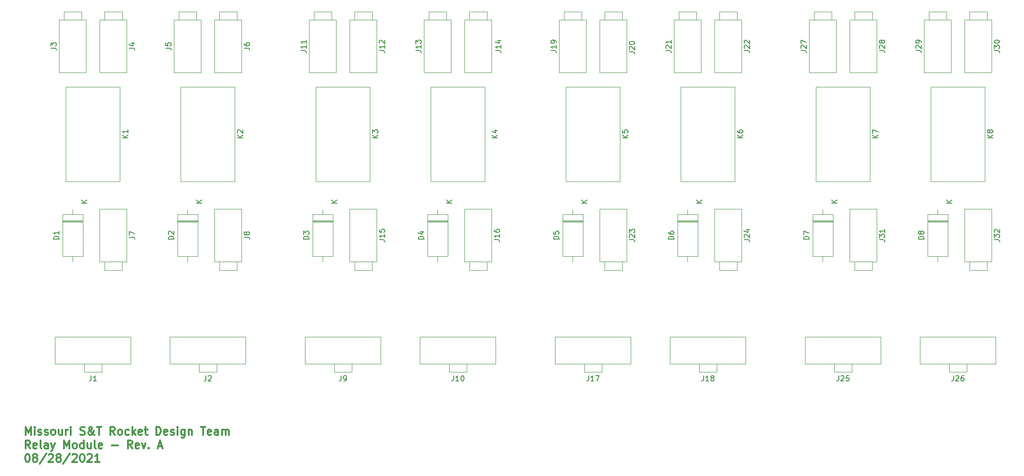
<source format=gbr>
%TF.GenerationSoftware,KiCad,Pcbnew,(5.1.10)-1*%
%TF.CreationDate,2021-08-28T09:33:30-05:00*%
%TF.ProjectId,Relay-Module,52656c61-792d-44d6-9f64-756c652e6b69,rev?*%
%TF.SameCoordinates,Original*%
%TF.FileFunction,Legend,Top*%
%TF.FilePolarity,Positive*%
%FSLAX46Y46*%
G04 Gerber Fmt 4.6, Leading zero omitted, Abs format (unit mm)*
G04 Created by KiCad (PCBNEW (5.1.10)-1) date 2021-08-28 09:33:30*
%MOMM*%
%LPD*%
G01*
G04 APERTURE LIST*
%ADD10C,0.300000*%
%ADD11C,0.120000*%
%ADD12C,0.150000*%
G04 APERTURE END LIST*
D10*
X48304142Y-128938571D02*
X48304142Y-127438571D01*
X48804142Y-128510000D01*
X49304142Y-127438571D01*
X49304142Y-128938571D01*
X50018428Y-128938571D02*
X50018428Y-127938571D01*
X50018428Y-127438571D02*
X49947000Y-127510000D01*
X50018428Y-127581428D01*
X50089857Y-127510000D01*
X50018428Y-127438571D01*
X50018428Y-127581428D01*
X50661285Y-128867142D02*
X50804142Y-128938571D01*
X51089857Y-128938571D01*
X51232714Y-128867142D01*
X51304142Y-128724285D01*
X51304142Y-128652857D01*
X51232714Y-128510000D01*
X51089857Y-128438571D01*
X50875571Y-128438571D01*
X50732714Y-128367142D01*
X50661285Y-128224285D01*
X50661285Y-128152857D01*
X50732714Y-128010000D01*
X50875571Y-127938571D01*
X51089857Y-127938571D01*
X51232714Y-128010000D01*
X51875571Y-128867142D02*
X52018428Y-128938571D01*
X52304142Y-128938571D01*
X52447000Y-128867142D01*
X52518428Y-128724285D01*
X52518428Y-128652857D01*
X52447000Y-128510000D01*
X52304142Y-128438571D01*
X52089857Y-128438571D01*
X51947000Y-128367142D01*
X51875571Y-128224285D01*
X51875571Y-128152857D01*
X51947000Y-128010000D01*
X52089857Y-127938571D01*
X52304142Y-127938571D01*
X52447000Y-128010000D01*
X53375571Y-128938571D02*
X53232714Y-128867142D01*
X53161285Y-128795714D01*
X53089857Y-128652857D01*
X53089857Y-128224285D01*
X53161285Y-128081428D01*
X53232714Y-128010000D01*
X53375571Y-127938571D01*
X53589857Y-127938571D01*
X53732714Y-128010000D01*
X53804142Y-128081428D01*
X53875571Y-128224285D01*
X53875571Y-128652857D01*
X53804142Y-128795714D01*
X53732714Y-128867142D01*
X53589857Y-128938571D01*
X53375571Y-128938571D01*
X55161285Y-127938571D02*
X55161285Y-128938571D01*
X54518428Y-127938571D02*
X54518428Y-128724285D01*
X54589857Y-128867142D01*
X54732714Y-128938571D01*
X54947000Y-128938571D01*
X55089857Y-128867142D01*
X55161285Y-128795714D01*
X55875571Y-128938571D02*
X55875571Y-127938571D01*
X55875571Y-128224285D02*
X55947000Y-128081428D01*
X56018428Y-128010000D01*
X56161285Y-127938571D01*
X56304142Y-127938571D01*
X56804142Y-128938571D02*
X56804142Y-127938571D01*
X56804142Y-127438571D02*
X56732714Y-127510000D01*
X56804142Y-127581428D01*
X56875571Y-127510000D01*
X56804142Y-127438571D01*
X56804142Y-127581428D01*
X58589857Y-128867142D02*
X58804142Y-128938571D01*
X59161285Y-128938571D01*
X59304142Y-128867142D01*
X59375571Y-128795714D01*
X59447000Y-128652857D01*
X59447000Y-128510000D01*
X59375571Y-128367142D01*
X59304142Y-128295714D01*
X59161285Y-128224285D01*
X58875571Y-128152857D01*
X58732714Y-128081428D01*
X58661285Y-128010000D01*
X58589857Y-127867142D01*
X58589857Y-127724285D01*
X58661285Y-127581428D01*
X58732714Y-127510000D01*
X58875571Y-127438571D01*
X59232714Y-127438571D01*
X59447000Y-127510000D01*
X61304142Y-128938571D02*
X61232714Y-128938571D01*
X61089857Y-128867142D01*
X60875571Y-128652857D01*
X60518428Y-128224285D01*
X60375571Y-128010000D01*
X60304142Y-127795714D01*
X60304142Y-127652857D01*
X60375571Y-127510000D01*
X60518428Y-127438571D01*
X60589857Y-127438571D01*
X60732714Y-127510000D01*
X60804142Y-127652857D01*
X60804142Y-127724285D01*
X60732714Y-127867142D01*
X60661285Y-127938571D01*
X60232714Y-128224285D01*
X60161285Y-128295714D01*
X60089857Y-128438571D01*
X60089857Y-128652857D01*
X60161285Y-128795714D01*
X60232714Y-128867142D01*
X60375571Y-128938571D01*
X60589857Y-128938571D01*
X60732714Y-128867142D01*
X60804142Y-128795714D01*
X61018428Y-128510000D01*
X61089857Y-128295714D01*
X61089857Y-128152857D01*
X61732714Y-127438571D02*
X62589857Y-127438571D01*
X62161285Y-128938571D02*
X62161285Y-127438571D01*
X65089857Y-128938571D02*
X64589857Y-128224285D01*
X64232714Y-128938571D02*
X64232714Y-127438571D01*
X64804142Y-127438571D01*
X64947000Y-127510000D01*
X65018428Y-127581428D01*
X65089857Y-127724285D01*
X65089857Y-127938571D01*
X65018428Y-128081428D01*
X64947000Y-128152857D01*
X64804142Y-128224285D01*
X64232714Y-128224285D01*
X65947000Y-128938571D02*
X65804142Y-128867142D01*
X65732714Y-128795714D01*
X65661285Y-128652857D01*
X65661285Y-128224285D01*
X65732714Y-128081428D01*
X65804142Y-128010000D01*
X65947000Y-127938571D01*
X66161285Y-127938571D01*
X66304142Y-128010000D01*
X66375571Y-128081428D01*
X66447000Y-128224285D01*
X66447000Y-128652857D01*
X66375571Y-128795714D01*
X66304142Y-128867142D01*
X66161285Y-128938571D01*
X65947000Y-128938571D01*
X67732714Y-128867142D02*
X67589857Y-128938571D01*
X67304142Y-128938571D01*
X67161285Y-128867142D01*
X67089857Y-128795714D01*
X67018428Y-128652857D01*
X67018428Y-128224285D01*
X67089857Y-128081428D01*
X67161285Y-128010000D01*
X67304142Y-127938571D01*
X67589857Y-127938571D01*
X67732714Y-128010000D01*
X68375571Y-128938571D02*
X68375571Y-127438571D01*
X68518428Y-128367142D02*
X68947000Y-128938571D01*
X68947000Y-127938571D02*
X68375571Y-128510000D01*
X70161285Y-128867142D02*
X70018428Y-128938571D01*
X69732714Y-128938571D01*
X69589857Y-128867142D01*
X69518428Y-128724285D01*
X69518428Y-128152857D01*
X69589857Y-128010000D01*
X69732714Y-127938571D01*
X70018428Y-127938571D01*
X70161285Y-128010000D01*
X70232714Y-128152857D01*
X70232714Y-128295714D01*
X69518428Y-128438571D01*
X70661285Y-127938571D02*
X71232714Y-127938571D01*
X70875571Y-127438571D02*
X70875571Y-128724285D01*
X70947000Y-128867142D01*
X71089857Y-128938571D01*
X71232714Y-128938571D01*
X72875571Y-128938571D02*
X72875571Y-127438571D01*
X73232714Y-127438571D01*
X73447000Y-127510000D01*
X73589857Y-127652857D01*
X73661285Y-127795714D01*
X73732714Y-128081428D01*
X73732714Y-128295714D01*
X73661285Y-128581428D01*
X73589857Y-128724285D01*
X73447000Y-128867142D01*
X73232714Y-128938571D01*
X72875571Y-128938571D01*
X74947000Y-128867142D02*
X74804142Y-128938571D01*
X74518428Y-128938571D01*
X74375571Y-128867142D01*
X74304142Y-128724285D01*
X74304142Y-128152857D01*
X74375571Y-128010000D01*
X74518428Y-127938571D01*
X74804142Y-127938571D01*
X74947000Y-128010000D01*
X75018428Y-128152857D01*
X75018428Y-128295714D01*
X74304142Y-128438571D01*
X75589857Y-128867142D02*
X75732714Y-128938571D01*
X76018428Y-128938571D01*
X76161285Y-128867142D01*
X76232714Y-128724285D01*
X76232714Y-128652857D01*
X76161285Y-128510000D01*
X76018428Y-128438571D01*
X75804142Y-128438571D01*
X75661285Y-128367142D01*
X75589857Y-128224285D01*
X75589857Y-128152857D01*
X75661285Y-128010000D01*
X75804142Y-127938571D01*
X76018428Y-127938571D01*
X76161285Y-128010000D01*
X76875571Y-128938571D02*
X76875571Y-127938571D01*
X76875571Y-127438571D02*
X76804142Y-127510000D01*
X76875571Y-127581428D01*
X76947000Y-127510000D01*
X76875571Y-127438571D01*
X76875571Y-127581428D01*
X78232714Y-127938571D02*
X78232714Y-129152857D01*
X78161285Y-129295714D01*
X78089857Y-129367142D01*
X77947000Y-129438571D01*
X77732714Y-129438571D01*
X77589857Y-129367142D01*
X78232714Y-128867142D02*
X78089857Y-128938571D01*
X77804142Y-128938571D01*
X77661285Y-128867142D01*
X77589857Y-128795714D01*
X77518428Y-128652857D01*
X77518428Y-128224285D01*
X77589857Y-128081428D01*
X77661285Y-128010000D01*
X77804142Y-127938571D01*
X78089857Y-127938571D01*
X78232714Y-128010000D01*
X78947000Y-127938571D02*
X78947000Y-128938571D01*
X78947000Y-128081428D02*
X79018428Y-128010000D01*
X79161285Y-127938571D01*
X79375571Y-127938571D01*
X79518428Y-128010000D01*
X79589857Y-128152857D01*
X79589857Y-128938571D01*
X81232714Y-127438571D02*
X82089857Y-127438571D01*
X81661285Y-128938571D02*
X81661285Y-127438571D01*
X83161285Y-128867142D02*
X83018428Y-128938571D01*
X82732714Y-128938571D01*
X82589857Y-128867142D01*
X82518428Y-128724285D01*
X82518428Y-128152857D01*
X82589857Y-128010000D01*
X82732714Y-127938571D01*
X83018428Y-127938571D01*
X83161285Y-128010000D01*
X83232714Y-128152857D01*
X83232714Y-128295714D01*
X82518428Y-128438571D01*
X84518428Y-128938571D02*
X84518428Y-128152857D01*
X84447000Y-128010000D01*
X84304142Y-127938571D01*
X84018428Y-127938571D01*
X83875571Y-128010000D01*
X84518428Y-128867142D02*
X84375571Y-128938571D01*
X84018428Y-128938571D01*
X83875571Y-128867142D01*
X83804142Y-128724285D01*
X83804142Y-128581428D01*
X83875571Y-128438571D01*
X84018428Y-128367142D01*
X84375571Y-128367142D01*
X84518428Y-128295714D01*
X85232714Y-128938571D02*
X85232714Y-127938571D01*
X85232714Y-128081428D02*
X85304142Y-128010000D01*
X85447000Y-127938571D01*
X85661285Y-127938571D01*
X85804142Y-128010000D01*
X85875571Y-128152857D01*
X85875571Y-128938571D01*
X85875571Y-128152857D02*
X85947000Y-128010000D01*
X86089857Y-127938571D01*
X86304142Y-127938571D01*
X86447000Y-128010000D01*
X86518428Y-128152857D01*
X86518428Y-128938571D01*
X49161285Y-131488571D02*
X48661285Y-130774285D01*
X48304142Y-131488571D02*
X48304142Y-129988571D01*
X48875571Y-129988571D01*
X49018428Y-130060000D01*
X49089857Y-130131428D01*
X49161285Y-130274285D01*
X49161285Y-130488571D01*
X49089857Y-130631428D01*
X49018428Y-130702857D01*
X48875571Y-130774285D01*
X48304142Y-130774285D01*
X50375571Y-131417142D02*
X50232714Y-131488571D01*
X49947000Y-131488571D01*
X49804142Y-131417142D01*
X49732714Y-131274285D01*
X49732714Y-130702857D01*
X49804142Y-130560000D01*
X49947000Y-130488571D01*
X50232714Y-130488571D01*
X50375571Y-130560000D01*
X50447000Y-130702857D01*
X50447000Y-130845714D01*
X49732714Y-130988571D01*
X51304142Y-131488571D02*
X51161285Y-131417142D01*
X51089857Y-131274285D01*
X51089857Y-129988571D01*
X52518428Y-131488571D02*
X52518428Y-130702857D01*
X52447000Y-130560000D01*
X52304142Y-130488571D01*
X52018428Y-130488571D01*
X51875571Y-130560000D01*
X52518428Y-131417142D02*
X52375571Y-131488571D01*
X52018428Y-131488571D01*
X51875571Y-131417142D01*
X51804142Y-131274285D01*
X51804142Y-131131428D01*
X51875571Y-130988571D01*
X52018428Y-130917142D01*
X52375571Y-130917142D01*
X52518428Y-130845714D01*
X53089857Y-130488571D02*
X53447000Y-131488571D01*
X53804142Y-130488571D02*
X53447000Y-131488571D01*
X53304142Y-131845714D01*
X53232714Y-131917142D01*
X53089857Y-131988571D01*
X55518428Y-131488571D02*
X55518428Y-129988571D01*
X56018428Y-131060000D01*
X56518428Y-129988571D01*
X56518428Y-131488571D01*
X57447000Y-131488571D02*
X57304142Y-131417142D01*
X57232714Y-131345714D01*
X57161285Y-131202857D01*
X57161285Y-130774285D01*
X57232714Y-130631428D01*
X57304142Y-130560000D01*
X57447000Y-130488571D01*
X57661285Y-130488571D01*
X57804142Y-130560000D01*
X57875571Y-130631428D01*
X57947000Y-130774285D01*
X57947000Y-131202857D01*
X57875571Y-131345714D01*
X57804142Y-131417142D01*
X57661285Y-131488571D01*
X57447000Y-131488571D01*
X59232714Y-131488571D02*
X59232714Y-129988571D01*
X59232714Y-131417142D02*
X59089857Y-131488571D01*
X58804142Y-131488571D01*
X58661285Y-131417142D01*
X58589857Y-131345714D01*
X58518428Y-131202857D01*
X58518428Y-130774285D01*
X58589857Y-130631428D01*
X58661285Y-130560000D01*
X58804142Y-130488571D01*
X59089857Y-130488571D01*
X59232714Y-130560000D01*
X60589857Y-130488571D02*
X60589857Y-131488571D01*
X59947000Y-130488571D02*
X59947000Y-131274285D01*
X60018428Y-131417142D01*
X60161285Y-131488571D01*
X60375571Y-131488571D01*
X60518428Y-131417142D01*
X60589857Y-131345714D01*
X61518428Y-131488571D02*
X61375571Y-131417142D01*
X61304142Y-131274285D01*
X61304142Y-129988571D01*
X62661285Y-131417142D02*
X62518428Y-131488571D01*
X62232714Y-131488571D01*
X62089857Y-131417142D01*
X62018428Y-131274285D01*
X62018428Y-130702857D01*
X62089857Y-130560000D01*
X62232714Y-130488571D01*
X62518428Y-130488571D01*
X62661285Y-130560000D01*
X62732714Y-130702857D01*
X62732714Y-130845714D01*
X62018428Y-130988571D01*
X64518428Y-130917142D02*
X65661285Y-130917142D01*
X68375571Y-131488571D02*
X67875571Y-130774285D01*
X67518428Y-131488571D02*
X67518428Y-129988571D01*
X68089857Y-129988571D01*
X68232714Y-130060000D01*
X68304142Y-130131428D01*
X68375571Y-130274285D01*
X68375571Y-130488571D01*
X68304142Y-130631428D01*
X68232714Y-130702857D01*
X68089857Y-130774285D01*
X67518428Y-130774285D01*
X69589857Y-131417142D02*
X69447000Y-131488571D01*
X69161285Y-131488571D01*
X69018428Y-131417142D01*
X68947000Y-131274285D01*
X68947000Y-130702857D01*
X69018428Y-130560000D01*
X69161285Y-130488571D01*
X69447000Y-130488571D01*
X69589857Y-130560000D01*
X69661285Y-130702857D01*
X69661285Y-130845714D01*
X68947000Y-130988571D01*
X70161285Y-130488571D02*
X70518428Y-131488571D01*
X70875571Y-130488571D01*
X71447000Y-131345714D02*
X71518428Y-131417142D01*
X71447000Y-131488571D01*
X71375571Y-131417142D01*
X71447000Y-131345714D01*
X71447000Y-131488571D01*
X73232714Y-131060000D02*
X73947000Y-131060000D01*
X73089857Y-131488571D02*
X73589857Y-129988571D01*
X74089857Y-131488571D01*
X48589857Y-132538571D02*
X48732714Y-132538571D01*
X48875571Y-132610000D01*
X48947000Y-132681428D01*
X49018428Y-132824285D01*
X49089857Y-133110000D01*
X49089857Y-133467142D01*
X49018428Y-133752857D01*
X48947000Y-133895714D01*
X48875571Y-133967142D01*
X48732714Y-134038571D01*
X48589857Y-134038571D01*
X48447000Y-133967142D01*
X48375571Y-133895714D01*
X48304142Y-133752857D01*
X48232714Y-133467142D01*
X48232714Y-133110000D01*
X48304142Y-132824285D01*
X48375571Y-132681428D01*
X48447000Y-132610000D01*
X48589857Y-132538571D01*
X49947000Y-133181428D02*
X49804142Y-133110000D01*
X49732714Y-133038571D01*
X49661285Y-132895714D01*
X49661285Y-132824285D01*
X49732714Y-132681428D01*
X49804142Y-132610000D01*
X49947000Y-132538571D01*
X50232714Y-132538571D01*
X50375571Y-132610000D01*
X50447000Y-132681428D01*
X50518428Y-132824285D01*
X50518428Y-132895714D01*
X50447000Y-133038571D01*
X50375571Y-133110000D01*
X50232714Y-133181428D01*
X49947000Y-133181428D01*
X49804142Y-133252857D01*
X49732714Y-133324285D01*
X49661285Y-133467142D01*
X49661285Y-133752857D01*
X49732714Y-133895714D01*
X49804142Y-133967142D01*
X49947000Y-134038571D01*
X50232714Y-134038571D01*
X50375571Y-133967142D01*
X50447000Y-133895714D01*
X50518428Y-133752857D01*
X50518428Y-133467142D01*
X50447000Y-133324285D01*
X50375571Y-133252857D01*
X50232714Y-133181428D01*
X52232714Y-132467142D02*
X50947000Y-134395714D01*
X52661285Y-132681428D02*
X52732714Y-132610000D01*
X52875571Y-132538571D01*
X53232714Y-132538571D01*
X53375571Y-132610000D01*
X53447000Y-132681428D01*
X53518428Y-132824285D01*
X53518428Y-132967142D01*
X53447000Y-133181428D01*
X52589857Y-134038571D01*
X53518428Y-134038571D01*
X54375571Y-133181428D02*
X54232714Y-133110000D01*
X54161285Y-133038571D01*
X54089857Y-132895714D01*
X54089857Y-132824285D01*
X54161285Y-132681428D01*
X54232714Y-132610000D01*
X54375571Y-132538571D01*
X54661285Y-132538571D01*
X54804142Y-132610000D01*
X54875571Y-132681428D01*
X54947000Y-132824285D01*
X54947000Y-132895714D01*
X54875571Y-133038571D01*
X54804142Y-133110000D01*
X54661285Y-133181428D01*
X54375571Y-133181428D01*
X54232714Y-133252857D01*
X54161285Y-133324285D01*
X54089857Y-133467142D01*
X54089857Y-133752857D01*
X54161285Y-133895714D01*
X54232714Y-133967142D01*
X54375571Y-134038571D01*
X54661285Y-134038571D01*
X54804142Y-133967142D01*
X54875571Y-133895714D01*
X54947000Y-133752857D01*
X54947000Y-133467142D01*
X54875571Y-133324285D01*
X54804142Y-133252857D01*
X54661285Y-133181428D01*
X56661285Y-132467142D02*
X55375571Y-134395714D01*
X57089857Y-132681428D02*
X57161285Y-132610000D01*
X57304142Y-132538571D01*
X57661285Y-132538571D01*
X57804142Y-132610000D01*
X57875571Y-132681428D01*
X57947000Y-132824285D01*
X57947000Y-132967142D01*
X57875571Y-133181428D01*
X57018428Y-134038571D01*
X57947000Y-134038571D01*
X58875571Y-132538571D02*
X59018428Y-132538571D01*
X59161285Y-132610000D01*
X59232714Y-132681428D01*
X59304142Y-132824285D01*
X59375571Y-133110000D01*
X59375571Y-133467142D01*
X59304142Y-133752857D01*
X59232714Y-133895714D01*
X59161285Y-133967142D01*
X59018428Y-134038571D01*
X58875571Y-134038571D01*
X58732714Y-133967142D01*
X58661285Y-133895714D01*
X58589857Y-133752857D01*
X58518428Y-133467142D01*
X58518428Y-133110000D01*
X58589857Y-132824285D01*
X58661285Y-132681428D01*
X58732714Y-132610000D01*
X58875571Y-132538571D01*
X59947000Y-132681428D02*
X60018428Y-132610000D01*
X60161285Y-132538571D01*
X60518428Y-132538571D01*
X60661285Y-132610000D01*
X60732714Y-132681428D01*
X60804142Y-132824285D01*
X60804142Y-132967142D01*
X60732714Y-133181428D01*
X59875571Y-134038571D01*
X60804142Y-134038571D01*
X62232714Y-134038571D02*
X61375571Y-134038571D01*
X61804142Y-134038571D02*
X61804142Y-132538571D01*
X61661285Y-132752857D01*
X61518428Y-132895714D01*
X61375571Y-132967142D01*
D11*
%TO.C,K1*%
X66040000Y-81280000D02*
X55880000Y-81280000D01*
X66040000Y-63500000D02*
X55880000Y-63500000D01*
X55880000Y-63500000D02*
X55880000Y-81280000D01*
X66040000Y-63500000D02*
X66040000Y-81280000D01*
%TO.C,K2*%
X87630000Y-81280000D02*
X77470000Y-81280000D01*
X87630000Y-63500000D02*
X77470000Y-63500000D01*
X77470000Y-63500000D02*
X77470000Y-81280000D01*
X87630000Y-63500000D02*
X87630000Y-81280000D01*
%TO.C,K3*%
X113030000Y-81280000D02*
X102870000Y-81280000D01*
X113030000Y-63500000D02*
X102870000Y-63500000D01*
X102870000Y-63500000D02*
X102870000Y-81280000D01*
X113030000Y-63500000D02*
X113030000Y-81280000D01*
%TO.C,K4*%
X134620000Y-81280000D02*
X124460000Y-81280000D01*
X134620000Y-63500000D02*
X124460000Y-63500000D01*
X124460000Y-63500000D02*
X124460000Y-81280000D01*
X134620000Y-63500000D02*
X134620000Y-81280000D01*
%TO.C,K5*%
X160020000Y-81280000D02*
X149860000Y-81280000D01*
X160020000Y-63500000D02*
X149860000Y-63500000D01*
X149860000Y-63500000D02*
X149860000Y-81280000D01*
X160020000Y-63500000D02*
X160020000Y-81280000D01*
%TO.C,K6*%
X181610000Y-81280000D02*
X171450000Y-81280000D01*
X181610000Y-63500000D02*
X171450000Y-63500000D01*
X171450000Y-63500000D02*
X171450000Y-81280000D01*
X181610000Y-63500000D02*
X181610000Y-81280000D01*
%TO.C,K7*%
X207010000Y-81280000D02*
X196850000Y-81280000D01*
X207010000Y-63500000D02*
X196850000Y-63500000D01*
X196850000Y-63500000D02*
X196850000Y-81280000D01*
X207010000Y-63500000D02*
X207010000Y-81280000D01*
%TO.C,K8*%
X228600000Y-81280000D02*
X218440000Y-81280000D01*
X228600000Y-63500000D02*
X218440000Y-63500000D01*
X218440000Y-63500000D02*
X218440000Y-81280000D01*
X228600000Y-63500000D02*
X228600000Y-81280000D01*
%TO.C,J1*%
X62611000Y-117094000D02*
X62611000Y-115570000D01*
X59309000Y-117094000D02*
X59309000Y-115570000D01*
X62611000Y-117094000D02*
X59309000Y-117094000D01*
X53848000Y-115570000D02*
X68072000Y-115570000D01*
X53848000Y-110490000D02*
X68072000Y-110490000D01*
X53848000Y-115570000D02*
X53848000Y-110490000D01*
X68072000Y-115570000D02*
X68072000Y-110490000D01*
%TO.C,J7*%
X66421000Y-97945200D02*
X66421000Y-96421200D01*
X63119000Y-97945200D02*
X63119000Y-96421200D01*
X66421000Y-97945200D02*
X63119000Y-97945200D01*
X67310000Y-86487000D02*
X62230000Y-86487000D01*
X67310000Y-96393000D02*
X62230000Y-96393000D01*
X62230000Y-96393000D02*
X62230000Y-86487000D01*
X67310000Y-96393000D02*
X67310000Y-86487000D01*
%TO.C,J3*%
X55499000Y-49374800D02*
X55499000Y-50898800D01*
X58801000Y-49374800D02*
X58801000Y-50898800D01*
X55499000Y-49374800D02*
X58801000Y-49374800D01*
X54610000Y-60833000D02*
X59690000Y-60833000D01*
X54610000Y-50927000D02*
X59690000Y-50927000D01*
X59690000Y-50927000D02*
X59690000Y-60833000D01*
X54610000Y-50927000D02*
X54610000Y-60833000D01*
%TO.C,J4*%
X63119000Y-49374800D02*
X63119000Y-50898800D01*
X66421000Y-49374800D02*
X66421000Y-50898800D01*
X63119000Y-49374800D02*
X66421000Y-49374800D01*
X62230000Y-60833000D02*
X67310000Y-60833000D01*
X62230000Y-50927000D02*
X67310000Y-50927000D01*
X67310000Y-50927000D02*
X67310000Y-60833000D01*
X62230000Y-50927000D02*
X62230000Y-60833000D01*
%TO.C,J2*%
X84201000Y-117094000D02*
X84201000Y-115570000D01*
X80899000Y-117094000D02*
X80899000Y-115570000D01*
X84201000Y-117094000D02*
X80899000Y-117094000D01*
X75438000Y-115570000D02*
X89662000Y-115570000D01*
X75438000Y-110490000D02*
X89662000Y-110490000D01*
X75438000Y-115570000D02*
X75438000Y-110490000D01*
X89662000Y-115570000D02*
X89662000Y-110490000D01*
%TO.C,J8*%
X88011000Y-97945200D02*
X88011000Y-96421200D01*
X84709000Y-97945200D02*
X84709000Y-96421200D01*
X88011000Y-97945200D02*
X84709000Y-97945200D01*
X88900000Y-86487000D02*
X83820000Y-86487000D01*
X88900000Y-96393000D02*
X83820000Y-96393000D01*
X83820000Y-96393000D02*
X83820000Y-86487000D01*
X88900000Y-96393000D02*
X88900000Y-86487000D01*
%TO.C,J5*%
X77089000Y-49374800D02*
X77089000Y-50898800D01*
X80391000Y-49374800D02*
X80391000Y-50898800D01*
X77089000Y-49374800D02*
X80391000Y-49374800D01*
X76200000Y-60833000D02*
X81280000Y-60833000D01*
X76200000Y-50927000D02*
X81280000Y-50927000D01*
X81280000Y-50927000D02*
X81280000Y-60833000D01*
X76200000Y-50927000D02*
X76200000Y-60833000D01*
%TO.C,J6*%
X84709000Y-49374800D02*
X84709000Y-50898800D01*
X88011000Y-49374800D02*
X88011000Y-50898800D01*
X84709000Y-49374800D02*
X88011000Y-49374800D01*
X83820000Y-60833000D02*
X88900000Y-60833000D01*
X83820000Y-50927000D02*
X88900000Y-50927000D01*
X88900000Y-50927000D02*
X88900000Y-60833000D01*
X83820000Y-50927000D02*
X83820000Y-60833000D01*
%TO.C,J9*%
X109601000Y-117094000D02*
X109601000Y-115570000D01*
X106299000Y-117094000D02*
X106299000Y-115570000D01*
X109601000Y-117094000D02*
X106299000Y-117094000D01*
X100838000Y-115570000D02*
X115062000Y-115570000D01*
X100838000Y-110490000D02*
X115062000Y-110490000D01*
X100838000Y-115570000D02*
X100838000Y-110490000D01*
X115062000Y-115570000D02*
X115062000Y-110490000D01*
%TO.C,J15*%
X113411000Y-97945200D02*
X113411000Y-96421200D01*
X110109000Y-97945200D02*
X110109000Y-96421200D01*
X113411000Y-97945200D02*
X110109000Y-97945200D01*
X114300000Y-86487000D02*
X109220000Y-86487000D01*
X114300000Y-96393000D02*
X109220000Y-96393000D01*
X109220000Y-96393000D02*
X109220000Y-86487000D01*
X114300000Y-96393000D02*
X114300000Y-86487000D01*
%TO.C,J11*%
X102489000Y-49374800D02*
X102489000Y-50898800D01*
X105791000Y-49374800D02*
X105791000Y-50898800D01*
X102489000Y-49374800D02*
X105791000Y-49374800D01*
X101600000Y-60833000D02*
X106680000Y-60833000D01*
X101600000Y-50927000D02*
X106680000Y-50927000D01*
X106680000Y-50927000D02*
X106680000Y-60833000D01*
X101600000Y-50927000D02*
X101600000Y-60833000D01*
%TO.C,J12*%
X110109000Y-49374800D02*
X110109000Y-50898800D01*
X113411000Y-49374800D02*
X113411000Y-50898800D01*
X110109000Y-49374800D02*
X113411000Y-49374800D01*
X109220000Y-60833000D02*
X114300000Y-60833000D01*
X109220000Y-50927000D02*
X114300000Y-50927000D01*
X114300000Y-50927000D02*
X114300000Y-60833000D01*
X109220000Y-50927000D02*
X109220000Y-60833000D01*
%TO.C,J10*%
X131191000Y-117094000D02*
X131191000Y-115570000D01*
X127889000Y-117094000D02*
X127889000Y-115570000D01*
X131191000Y-117094000D02*
X127889000Y-117094000D01*
X122428000Y-115570000D02*
X136652000Y-115570000D01*
X122428000Y-110490000D02*
X136652000Y-110490000D01*
X122428000Y-115570000D02*
X122428000Y-110490000D01*
X136652000Y-115570000D02*
X136652000Y-110490000D01*
%TO.C,J16*%
X135001000Y-97945200D02*
X135001000Y-96421200D01*
X131699000Y-97945200D02*
X131699000Y-96421200D01*
X135001000Y-97945200D02*
X131699000Y-97945200D01*
X135890000Y-86487000D02*
X130810000Y-86487000D01*
X135890000Y-96393000D02*
X130810000Y-96393000D01*
X130810000Y-96393000D02*
X130810000Y-86487000D01*
X135890000Y-96393000D02*
X135890000Y-86487000D01*
%TO.C,J13*%
X124079000Y-49374800D02*
X124079000Y-50898800D01*
X127381000Y-49374800D02*
X127381000Y-50898800D01*
X124079000Y-49374800D02*
X127381000Y-49374800D01*
X123190000Y-60833000D02*
X128270000Y-60833000D01*
X123190000Y-50927000D02*
X128270000Y-50927000D01*
X128270000Y-50927000D02*
X128270000Y-60833000D01*
X123190000Y-50927000D02*
X123190000Y-60833000D01*
%TO.C,J14*%
X131699000Y-49374800D02*
X131699000Y-50898800D01*
X135001000Y-49374800D02*
X135001000Y-50898800D01*
X131699000Y-49374800D02*
X135001000Y-49374800D01*
X130810000Y-60833000D02*
X135890000Y-60833000D01*
X130810000Y-50927000D02*
X135890000Y-50927000D01*
X135890000Y-50927000D02*
X135890000Y-60833000D01*
X130810000Y-50927000D02*
X130810000Y-60833000D01*
%TO.C,J17*%
X156591000Y-117094000D02*
X156591000Y-115570000D01*
X153289000Y-117094000D02*
X153289000Y-115570000D01*
X156591000Y-117094000D02*
X153289000Y-117094000D01*
X147828000Y-115570000D02*
X162052000Y-115570000D01*
X147828000Y-110490000D02*
X162052000Y-110490000D01*
X147828000Y-115570000D02*
X147828000Y-110490000D01*
X162052000Y-115570000D02*
X162052000Y-110490000D01*
%TO.C,J23*%
X160401000Y-97945200D02*
X160401000Y-96421200D01*
X157099000Y-97945200D02*
X157099000Y-96421200D01*
X160401000Y-97945200D02*
X157099000Y-97945200D01*
X161290000Y-86487000D02*
X156210000Y-86487000D01*
X161290000Y-96393000D02*
X156210000Y-96393000D01*
X156210000Y-96393000D02*
X156210000Y-86487000D01*
X161290000Y-96393000D02*
X161290000Y-86487000D01*
%TO.C,J19*%
X149479000Y-49374800D02*
X149479000Y-50898800D01*
X152781000Y-49374800D02*
X152781000Y-50898800D01*
X149479000Y-49374800D02*
X152781000Y-49374800D01*
X148590000Y-60833000D02*
X153670000Y-60833000D01*
X148590000Y-50927000D02*
X153670000Y-50927000D01*
X153670000Y-50927000D02*
X153670000Y-60833000D01*
X148590000Y-50927000D02*
X148590000Y-60833000D01*
%TO.C,J20*%
X157099000Y-49374800D02*
X157099000Y-50898800D01*
X160401000Y-49374800D02*
X160401000Y-50898800D01*
X157099000Y-49374800D02*
X160401000Y-49374800D01*
X156210000Y-60833000D02*
X161290000Y-60833000D01*
X156210000Y-50927000D02*
X161290000Y-50927000D01*
X161290000Y-50927000D02*
X161290000Y-60833000D01*
X156210000Y-50927000D02*
X156210000Y-60833000D01*
%TO.C,J18*%
X178181000Y-117094000D02*
X178181000Y-115570000D01*
X174879000Y-117094000D02*
X174879000Y-115570000D01*
X178181000Y-117094000D02*
X174879000Y-117094000D01*
X169418000Y-115570000D02*
X183642000Y-115570000D01*
X169418000Y-110490000D02*
X183642000Y-110490000D01*
X169418000Y-115570000D02*
X169418000Y-110490000D01*
X183642000Y-115570000D02*
X183642000Y-110490000D01*
%TO.C,J24*%
X181991000Y-97945200D02*
X181991000Y-96421200D01*
X178689000Y-97945200D02*
X178689000Y-96421200D01*
X181991000Y-97945200D02*
X178689000Y-97945200D01*
X182880000Y-86487000D02*
X177800000Y-86487000D01*
X182880000Y-96393000D02*
X177800000Y-96393000D01*
X177800000Y-96393000D02*
X177800000Y-86487000D01*
X182880000Y-96393000D02*
X182880000Y-86487000D01*
%TO.C,J21*%
X171069000Y-49374800D02*
X171069000Y-50898800D01*
X174371000Y-49374800D02*
X174371000Y-50898800D01*
X171069000Y-49374800D02*
X174371000Y-49374800D01*
X170180000Y-60833000D02*
X175260000Y-60833000D01*
X170180000Y-50927000D02*
X175260000Y-50927000D01*
X175260000Y-50927000D02*
X175260000Y-60833000D01*
X170180000Y-50927000D02*
X170180000Y-60833000D01*
%TO.C,J22*%
X178689000Y-49374800D02*
X178689000Y-50898800D01*
X181991000Y-49374800D02*
X181991000Y-50898800D01*
X178689000Y-49374800D02*
X181991000Y-49374800D01*
X177800000Y-60833000D02*
X182880000Y-60833000D01*
X177800000Y-50927000D02*
X182880000Y-50927000D01*
X182880000Y-50927000D02*
X182880000Y-60833000D01*
X177800000Y-50927000D02*
X177800000Y-60833000D01*
%TO.C,J27*%
X196469000Y-49374800D02*
X196469000Y-50898800D01*
X199771000Y-49374800D02*
X199771000Y-50898800D01*
X196469000Y-49374800D02*
X199771000Y-49374800D01*
X195580000Y-60833000D02*
X200660000Y-60833000D01*
X195580000Y-50927000D02*
X200660000Y-50927000D01*
X200660000Y-50927000D02*
X200660000Y-60833000D01*
X195580000Y-50927000D02*
X195580000Y-60833000D01*
%TO.C,J28*%
X204089000Y-49374800D02*
X204089000Y-50898800D01*
X207391000Y-49374800D02*
X207391000Y-50898800D01*
X204089000Y-49374800D02*
X207391000Y-49374800D01*
X203200000Y-60833000D02*
X208280000Y-60833000D01*
X203200000Y-50927000D02*
X208280000Y-50927000D01*
X208280000Y-50927000D02*
X208280000Y-60833000D01*
X203200000Y-50927000D02*
X203200000Y-60833000D01*
%TO.C,J31*%
X207391000Y-97945200D02*
X207391000Y-96421200D01*
X204089000Y-97945200D02*
X204089000Y-96421200D01*
X207391000Y-97945200D02*
X204089000Y-97945200D01*
X208280000Y-86487000D02*
X203200000Y-86487000D01*
X208280000Y-96393000D02*
X203200000Y-96393000D01*
X203200000Y-96393000D02*
X203200000Y-86487000D01*
X208280000Y-96393000D02*
X208280000Y-86487000D01*
%TO.C,J25*%
X203581000Y-117094000D02*
X203581000Y-115570000D01*
X200279000Y-117094000D02*
X200279000Y-115570000D01*
X203581000Y-117094000D02*
X200279000Y-117094000D01*
X194818000Y-115570000D02*
X209042000Y-115570000D01*
X194818000Y-110490000D02*
X209042000Y-110490000D01*
X194818000Y-115570000D02*
X194818000Y-110490000D01*
X209042000Y-115570000D02*
X209042000Y-110490000D01*
%TO.C,J26*%
X225171000Y-117094000D02*
X225171000Y-115570000D01*
X221869000Y-117094000D02*
X221869000Y-115570000D01*
X225171000Y-117094000D02*
X221869000Y-117094000D01*
X216408000Y-115570000D02*
X230632000Y-115570000D01*
X216408000Y-110490000D02*
X230632000Y-110490000D01*
X216408000Y-115570000D02*
X216408000Y-110490000D01*
X230632000Y-115570000D02*
X230632000Y-110490000D01*
%TO.C,J32*%
X228981000Y-97945200D02*
X228981000Y-96421200D01*
X225679000Y-97945200D02*
X225679000Y-96421200D01*
X228981000Y-97945200D02*
X225679000Y-97945200D01*
X229870000Y-86487000D02*
X224790000Y-86487000D01*
X229870000Y-96393000D02*
X224790000Y-96393000D01*
X224790000Y-96393000D02*
X224790000Y-86487000D01*
X229870000Y-96393000D02*
X229870000Y-86487000D01*
%TO.C,J29*%
X218059000Y-49374800D02*
X218059000Y-50898800D01*
X221361000Y-49374800D02*
X221361000Y-50898800D01*
X218059000Y-49374800D02*
X221361000Y-49374800D01*
X217170000Y-60833000D02*
X222250000Y-60833000D01*
X217170000Y-50927000D02*
X222250000Y-50927000D01*
X222250000Y-50927000D02*
X222250000Y-60833000D01*
X217170000Y-50927000D02*
X217170000Y-60833000D01*
%TO.C,J30*%
X225679000Y-49374800D02*
X225679000Y-50898800D01*
X228981000Y-49374800D02*
X228981000Y-50898800D01*
X225679000Y-49374800D02*
X228981000Y-49374800D01*
X224790000Y-60833000D02*
X229870000Y-60833000D01*
X224790000Y-50927000D02*
X229870000Y-50927000D01*
X229870000Y-50927000D02*
X229870000Y-60833000D01*
X224790000Y-50927000D02*
X224790000Y-60833000D01*
%TO.C,D1*%
X59070000Y-88660000D02*
X55230000Y-88660000D01*
X59070000Y-88900000D02*
X55230000Y-88900000D01*
X59070000Y-88780000D02*
X55230000Y-88780000D01*
X57150000Y-96350000D02*
X57150000Y-95360000D01*
X57150000Y-86530000D02*
X57150000Y-87520000D01*
X59070000Y-95360000D02*
X59070000Y-87520000D01*
X55230000Y-95360000D02*
X59070000Y-95360000D01*
X55230000Y-87520000D02*
X55230000Y-95360000D01*
X59070000Y-87520000D02*
X55230000Y-87520000D01*
%TO.C,D2*%
X80660000Y-87520000D02*
X76820000Y-87520000D01*
X76820000Y-87520000D02*
X76820000Y-95360000D01*
X76820000Y-95360000D02*
X80660000Y-95360000D01*
X80660000Y-95360000D02*
X80660000Y-87520000D01*
X78740000Y-86530000D02*
X78740000Y-87520000D01*
X78740000Y-96350000D02*
X78740000Y-95360000D01*
X80660000Y-88780000D02*
X76820000Y-88780000D01*
X80660000Y-88900000D02*
X76820000Y-88900000D01*
X80660000Y-88660000D02*
X76820000Y-88660000D01*
%TO.C,D3*%
X106060000Y-88660000D02*
X102220000Y-88660000D01*
X106060000Y-88900000D02*
X102220000Y-88900000D01*
X106060000Y-88780000D02*
X102220000Y-88780000D01*
X104140000Y-96350000D02*
X104140000Y-95360000D01*
X104140000Y-86530000D02*
X104140000Y-87520000D01*
X106060000Y-95360000D02*
X106060000Y-87520000D01*
X102220000Y-95360000D02*
X106060000Y-95360000D01*
X102220000Y-87520000D02*
X102220000Y-95360000D01*
X106060000Y-87520000D02*
X102220000Y-87520000D01*
%TO.C,D4*%
X127650000Y-87520000D02*
X123810000Y-87520000D01*
X123810000Y-87520000D02*
X123810000Y-95360000D01*
X123810000Y-95360000D02*
X127650000Y-95360000D01*
X127650000Y-95360000D02*
X127650000Y-87520000D01*
X125730000Y-86530000D02*
X125730000Y-87520000D01*
X125730000Y-96350000D02*
X125730000Y-95360000D01*
X127650000Y-88780000D02*
X123810000Y-88780000D01*
X127650000Y-88900000D02*
X123810000Y-88900000D01*
X127650000Y-88660000D02*
X123810000Y-88660000D01*
%TO.C,D5*%
X153050000Y-87520000D02*
X149210000Y-87520000D01*
X149210000Y-87520000D02*
X149210000Y-95360000D01*
X149210000Y-95360000D02*
X153050000Y-95360000D01*
X153050000Y-95360000D02*
X153050000Y-87520000D01*
X151130000Y-86530000D02*
X151130000Y-87520000D01*
X151130000Y-96350000D02*
X151130000Y-95360000D01*
X153050000Y-88780000D02*
X149210000Y-88780000D01*
X153050000Y-88900000D02*
X149210000Y-88900000D01*
X153050000Y-88660000D02*
X149210000Y-88660000D01*
%TO.C,D6*%
X174640000Y-87520000D02*
X170800000Y-87520000D01*
X170800000Y-87520000D02*
X170800000Y-95360000D01*
X170800000Y-95360000D02*
X174640000Y-95360000D01*
X174640000Y-95360000D02*
X174640000Y-87520000D01*
X172720000Y-86530000D02*
X172720000Y-87520000D01*
X172720000Y-96350000D02*
X172720000Y-95360000D01*
X174640000Y-88780000D02*
X170800000Y-88780000D01*
X174640000Y-88900000D02*
X170800000Y-88900000D01*
X174640000Y-88660000D02*
X170800000Y-88660000D01*
%TO.C,D7*%
X200040000Y-88660000D02*
X196200000Y-88660000D01*
X200040000Y-88900000D02*
X196200000Y-88900000D01*
X200040000Y-88780000D02*
X196200000Y-88780000D01*
X198120000Y-96350000D02*
X198120000Y-95360000D01*
X198120000Y-86530000D02*
X198120000Y-87520000D01*
X200040000Y-95360000D02*
X200040000Y-87520000D01*
X196200000Y-95360000D02*
X200040000Y-95360000D01*
X196200000Y-87520000D02*
X196200000Y-95360000D01*
X200040000Y-87520000D02*
X196200000Y-87520000D01*
%TO.C,D8*%
X221630000Y-88660000D02*
X217790000Y-88660000D01*
X221630000Y-88900000D02*
X217790000Y-88900000D01*
X221630000Y-88780000D02*
X217790000Y-88780000D01*
X219710000Y-96350000D02*
X219710000Y-95360000D01*
X219710000Y-86530000D02*
X219710000Y-87520000D01*
X221630000Y-95360000D02*
X221630000Y-87520000D01*
X217790000Y-95360000D02*
X221630000Y-95360000D01*
X217790000Y-87520000D02*
X217790000Y-95360000D01*
X221630000Y-87520000D02*
X217790000Y-87520000D01*
%TO.C,K1*%
D12*
X67508380Y-73128095D02*
X66508380Y-73128095D01*
X67508380Y-72556666D02*
X66936952Y-72985238D01*
X66508380Y-72556666D02*
X67079809Y-73128095D01*
X67508380Y-71604285D02*
X67508380Y-72175714D01*
X67508380Y-71890000D02*
X66508380Y-71890000D01*
X66651238Y-71985238D01*
X66746476Y-72080476D01*
X66794095Y-72175714D01*
%TO.C,K2*%
X89098380Y-73128095D02*
X88098380Y-73128095D01*
X89098380Y-72556666D02*
X88526952Y-72985238D01*
X88098380Y-72556666D02*
X88669809Y-73128095D01*
X88193619Y-72175714D02*
X88146000Y-72128095D01*
X88098380Y-72032857D01*
X88098380Y-71794761D01*
X88146000Y-71699523D01*
X88193619Y-71651904D01*
X88288857Y-71604285D01*
X88384095Y-71604285D01*
X88526952Y-71651904D01*
X89098380Y-72223333D01*
X89098380Y-71604285D01*
%TO.C,K3*%
X114498380Y-73128095D02*
X113498380Y-73128095D01*
X114498380Y-72556666D02*
X113926952Y-72985238D01*
X113498380Y-72556666D02*
X114069809Y-73128095D01*
X113498380Y-72223333D02*
X113498380Y-71604285D01*
X113879333Y-71937619D01*
X113879333Y-71794761D01*
X113926952Y-71699523D01*
X113974571Y-71651904D01*
X114069809Y-71604285D01*
X114307904Y-71604285D01*
X114403142Y-71651904D01*
X114450761Y-71699523D01*
X114498380Y-71794761D01*
X114498380Y-72080476D01*
X114450761Y-72175714D01*
X114403142Y-72223333D01*
%TO.C,K4*%
X136992380Y-73128095D02*
X135992380Y-73128095D01*
X136992380Y-72556666D02*
X136420952Y-72985238D01*
X135992380Y-72556666D02*
X136563809Y-73128095D01*
X136325714Y-71699523D02*
X136992380Y-71699523D01*
X135944761Y-71937619D02*
X136659047Y-72175714D01*
X136659047Y-71556666D01*
%TO.C,K5*%
X161488380Y-73128095D02*
X160488380Y-73128095D01*
X161488380Y-72556666D02*
X160916952Y-72985238D01*
X160488380Y-72556666D02*
X161059809Y-73128095D01*
X160488380Y-71651904D02*
X160488380Y-72128095D01*
X160964571Y-72175714D01*
X160916952Y-72128095D01*
X160869333Y-72032857D01*
X160869333Y-71794761D01*
X160916952Y-71699523D01*
X160964571Y-71651904D01*
X161059809Y-71604285D01*
X161297904Y-71604285D01*
X161393142Y-71651904D01*
X161440761Y-71699523D01*
X161488380Y-71794761D01*
X161488380Y-72032857D01*
X161440761Y-72128095D01*
X161393142Y-72175714D01*
%TO.C,K6*%
X183078380Y-73128095D02*
X182078380Y-73128095D01*
X183078380Y-72556666D02*
X182506952Y-72985238D01*
X182078380Y-72556666D02*
X182649809Y-73128095D01*
X182078380Y-71699523D02*
X182078380Y-71890000D01*
X182126000Y-71985238D01*
X182173619Y-72032857D01*
X182316476Y-72128095D01*
X182506952Y-72175714D01*
X182887904Y-72175714D01*
X182983142Y-72128095D01*
X183030761Y-72080476D01*
X183078380Y-71985238D01*
X183078380Y-71794761D01*
X183030761Y-71699523D01*
X182983142Y-71651904D01*
X182887904Y-71604285D01*
X182649809Y-71604285D01*
X182554571Y-71651904D01*
X182506952Y-71699523D01*
X182459333Y-71794761D01*
X182459333Y-71985238D01*
X182506952Y-72080476D01*
X182554571Y-72128095D01*
X182649809Y-72175714D01*
%TO.C,K7*%
X208478380Y-73128095D02*
X207478380Y-73128095D01*
X208478380Y-72556666D02*
X207906952Y-72985238D01*
X207478380Y-72556666D02*
X208049809Y-73128095D01*
X207478380Y-72223333D02*
X207478380Y-71556666D01*
X208478380Y-71985238D01*
%TO.C,K8*%
X230068380Y-73128095D02*
X229068380Y-73128095D01*
X230068380Y-72556666D02*
X229496952Y-72985238D01*
X229068380Y-72556666D02*
X229639809Y-73128095D01*
X229496952Y-71985238D02*
X229449333Y-72080476D01*
X229401714Y-72128095D01*
X229306476Y-72175714D01*
X229258857Y-72175714D01*
X229163619Y-72128095D01*
X229116000Y-72080476D01*
X229068380Y-71985238D01*
X229068380Y-71794761D01*
X229116000Y-71699523D01*
X229163619Y-71651904D01*
X229258857Y-71604285D01*
X229306476Y-71604285D01*
X229401714Y-71651904D01*
X229449333Y-71699523D01*
X229496952Y-71794761D01*
X229496952Y-71985238D01*
X229544571Y-72080476D01*
X229592190Y-72128095D01*
X229687428Y-72175714D01*
X229877904Y-72175714D01*
X229973142Y-72128095D01*
X230020761Y-72080476D01*
X230068380Y-71985238D01*
X230068380Y-71794761D01*
X230020761Y-71699523D01*
X229973142Y-71651904D01*
X229877904Y-71604285D01*
X229687428Y-71604285D01*
X229592190Y-71651904D01*
X229544571Y-71699523D01*
X229496952Y-71794761D01*
%TO.C,J1*%
X60626666Y-117816380D02*
X60626666Y-118530666D01*
X60579047Y-118673523D01*
X60483809Y-118768761D01*
X60340952Y-118816380D01*
X60245714Y-118816380D01*
X61626666Y-118816380D02*
X61055238Y-118816380D01*
X61340952Y-118816380D02*
X61340952Y-117816380D01*
X61245714Y-117959238D01*
X61150476Y-118054476D01*
X61055238Y-118102095D01*
%TO.C,J7*%
X67778380Y-91773333D02*
X68492666Y-91773333D01*
X68635523Y-91820952D01*
X68730761Y-91916190D01*
X68778380Y-92059047D01*
X68778380Y-92154285D01*
X67778380Y-91392380D02*
X67778380Y-90725714D01*
X68778380Y-91154285D01*
%TO.C,J3*%
X53046380Y-56213333D02*
X53760666Y-56213333D01*
X53903523Y-56260952D01*
X53998761Y-56356190D01*
X54046380Y-56499047D01*
X54046380Y-56594285D01*
X53046380Y-55832380D02*
X53046380Y-55213333D01*
X53427333Y-55546666D01*
X53427333Y-55403809D01*
X53474952Y-55308571D01*
X53522571Y-55260952D01*
X53617809Y-55213333D01*
X53855904Y-55213333D01*
X53951142Y-55260952D01*
X53998761Y-55308571D01*
X54046380Y-55403809D01*
X54046380Y-55689523D01*
X53998761Y-55784761D01*
X53951142Y-55832380D01*
%TO.C,J4*%
X67778380Y-56213333D02*
X68492666Y-56213333D01*
X68635523Y-56260952D01*
X68730761Y-56356190D01*
X68778380Y-56499047D01*
X68778380Y-56594285D01*
X68111714Y-55308571D02*
X68778380Y-55308571D01*
X67730761Y-55546666D02*
X68445047Y-55784761D01*
X68445047Y-55165714D01*
%TO.C,J2*%
X82216666Y-117816380D02*
X82216666Y-118530666D01*
X82169047Y-118673523D01*
X82073809Y-118768761D01*
X81930952Y-118816380D01*
X81835714Y-118816380D01*
X82645238Y-117911619D02*
X82692857Y-117864000D01*
X82788095Y-117816380D01*
X83026190Y-117816380D01*
X83121428Y-117864000D01*
X83169047Y-117911619D01*
X83216666Y-118006857D01*
X83216666Y-118102095D01*
X83169047Y-118244952D01*
X82597619Y-118816380D01*
X83216666Y-118816380D01*
%TO.C,J8*%
X89368380Y-91773333D02*
X90082666Y-91773333D01*
X90225523Y-91820952D01*
X90320761Y-91916190D01*
X90368380Y-92059047D01*
X90368380Y-92154285D01*
X89796952Y-91154285D02*
X89749333Y-91249523D01*
X89701714Y-91297142D01*
X89606476Y-91344761D01*
X89558857Y-91344761D01*
X89463619Y-91297142D01*
X89416000Y-91249523D01*
X89368380Y-91154285D01*
X89368380Y-90963809D01*
X89416000Y-90868571D01*
X89463619Y-90820952D01*
X89558857Y-90773333D01*
X89606476Y-90773333D01*
X89701714Y-90820952D01*
X89749333Y-90868571D01*
X89796952Y-90963809D01*
X89796952Y-91154285D01*
X89844571Y-91249523D01*
X89892190Y-91297142D01*
X89987428Y-91344761D01*
X90177904Y-91344761D01*
X90273142Y-91297142D01*
X90320761Y-91249523D01*
X90368380Y-91154285D01*
X90368380Y-90963809D01*
X90320761Y-90868571D01*
X90273142Y-90820952D01*
X90177904Y-90773333D01*
X89987428Y-90773333D01*
X89892190Y-90820952D01*
X89844571Y-90868571D01*
X89796952Y-90963809D01*
%TO.C,J5*%
X74636380Y-56213333D02*
X75350666Y-56213333D01*
X75493523Y-56260952D01*
X75588761Y-56356190D01*
X75636380Y-56499047D01*
X75636380Y-56594285D01*
X74636380Y-55260952D02*
X74636380Y-55737142D01*
X75112571Y-55784761D01*
X75064952Y-55737142D01*
X75017333Y-55641904D01*
X75017333Y-55403809D01*
X75064952Y-55308571D01*
X75112571Y-55260952D01*
X75207809Y-55213333D01*
X75445904Y-55213333D01*
X75541142Y-55260952D01*
X75588761Y-55308571D01*
X75636380Y-55403809D01*
X75636380Y-55641904D01*
X75588761Y-55737142D01*
X75541142Y-55784761D01*
%TO.C,J6*%
X89368380Y-56213333D02*
X90082666Y-56213333D01*
X90225523Y-56260952D01*
X90320761Y-56356190D01*
X90368380Y-56499047D01*
X90368380Y-56594285D01*
X89368380Y-55308571D02*
X89368380Y-55499047D01*
X89416000Y-55594285D01*
X89463619Y-55641904D01*
X89606476Y-55737142D01*
X89796952Y-55784761D01*
X90177904Y-55784761D01*
X90273142Y-55737142D01*
X90320761Y-55689523D01*
X90368380Y-55594285D01*
X90368380Y-55403809D01*
X90320761Y-55308571D01*
X90273142Y-55260952D01*
X90177904Y-55213333D01*
X89939809Y-55213333D01*
X89844571Y-55260952D01*
X89796952Y-55308571D01*
X89749333Y-55403809D01*
X89749333Y-55594285D01*
X89796952Y-55689523D01*
X89844571Y-55737142D01*
X89939809Y-55784761D01*
%TO.C,J9*%
X107616666Y-117816380D02*
X107616666Y-118530666D01*
X107569047Y-118673523D01*
X107473809Y-118768761D01*
X107330952Y-118816380D01*
X107235714Y-118816380D01*
X108140476Y-118816380D02*
X108330952Y-118816380D01*
X108426190Y-118768761D01*
X108473809Y-118721142D01*
X108569047Y-118578285D01*
X108616666Y-118387809D01*
X108616666Y-118006857D01*
X108569047Y-117911619D01*
X108521428Y-117864000D01*
X108426190Y-117816380D01*
X108235714Y-117816380D01*
X108140476Y-117864000D01*
X108092857Y-117911619D01*
X108045238Y-118006857D01*
X108045238Y-118244952D01*
X108092857Y-118340190D01*
X108140476Y-118387809D01*
X108235714Y-118435428D01*
X108426190Y-118435428D01*
X108521428Y-118387809D01*
X108569047Y-118340190D01*
X108616666Y-118244952D01*
%TO.C,J15*%
X114768380Y-92249523D02*
X115482666Y-92249523D01*
X115625523Y-92297142D01*
X115720761Y-92392380D01*
X115768380Y-92535238D01*
X115768380Y-92630476D01*
X115768380Y-91249523D02*
X115768380Y-91820952D01*
X115768380Y-91535238D02*
X114768380Y-91535238D01*
X114911238Y-91630476D01*
X115006476Y-91725714D01*
X115054095Y-91820952D01*
X114768380Y-90344761D02*
X114768380Y-90820952D01*
X115244571Y-90868571D01*
X115196952Y-90820952D01*
X115149333Y-90725714D01*
X115149333Y-90487619D01*
X115196952Y-90392380D01*
X115244571Y-90344761D01*
X115339809Y-90297142D01*
X115577904Y-90297142D01*
X115673142Y-90344761D01*
X115720761Y-90392380D01*
X115768380Y-90487619D01*
X115768380Y-90725714D01*
X115720761Y-90820952D01*
X115673142Y-90868571D01*
%TO.C,J11*%
X100036380Y-56689523D02*
X100750666Y-56689523D01*
X100893523Y-56737142D01*
X100988761Y-56832380D01*
X101036380Y-56975238D01*
X101036380Y-57070476D01*
X101036380Y-55689523D02*
X101036380Y-56260952D01*
X101036380Y-55975238D02*
X100036380Y-55975238D01*
X100179238Y-56070476D01*
X100274476Y-56165714D01*
X100322095Y-56260952D01*
X101036380Y-54737142D02*
X101036380Y-55308571D01*
X101036380Y-55022857D02*
X100036380Y-55022857D01*
X100179238Y-55118095D01*
X100274476Y-55213333D01*
X100322095Y-55308571D01*
%TO.C,J12*%
X114768380Y-56689523D02*
X115482666Y-56689523D01*
X115625523Y-56737142D01*
X115720761Y-56832380D01*
X115768380Y-56975238D01*
X115768380Y-57070476D01*
X115768380Y-55689523D02*
X115768380Y-56260952D01*
X115768380Y-55975238D02*
X114768380Y-55975238D01*
X114911238Y-56070476D01*
X115006476Y-56165714D01*
X115054095Y-56260952D01*
X114863619Y-55308571D02*
X114816000Y-55260952D01*
X114768380Y-55165714D01*
X114768380Y-54927619D01*
X114816000Y-54832380D01*
X114863619Y-54784761D01*
X114958857Y-54737142D01*
X115054095Y-54737142D01*
X115196952Y-54784761D01*
X115768380Y-55356190D01*
X115768380Y-54737142D01*
%TO.C,J10*%
X128730476Y-117816380D02*
X128730476Y-118530666D01*
X128682857Y-118673523D01*
X128587619Y-118768761D01*
X128444761Y-118816380D01*
X128349523Y-118816380D01*
X129730476Y-118816380D02*
X129159047Y-118816380D01*
X129444761Y-118816380D02*
X129444761Y-117816380D01*
X129349523Y-117959238D01*
X129254285Y-118054476D01*
X129159047Y-118102095D01*
X130349523Y-117816380D02*
X130444761Y-117816380D01*
X130540000Y-117864000D01*
X130587619Y-117911619D01*
X130635238Y-118006857D01*
X130682857Y-118197333D01*
X130682857Y-118435428D01*
X130635238Y-118625904D01*
X130587619Y-118721142D01*
X130540000Y-118768761D01*
X130444761Y-118816380D01*
X130349523Y-118816380D01*
X130254285Y-118768761D01*
X130206666Y-118721142D01*
X130159047Y-118625904D01*
X130111428Y-118435428D01*
X130111428Y-118197333D01*
X130159047Y-118006857D01*
X130206666Y-117911619D01*
X130254285Y-117864000D01*
X130349523Y-117816380D01*
%TO.C,J16*%
X136358380Y-92249523D02*
X137072666Y-92249523D01*
X137215523Y-92297142D01*
X137310761Y-92392380D01*
X137358380Y-92535238D01*
X137358380Y-92630476D01*
X137358380Y-91249523D02*
X137358380Y-91820952D01*
X137358380Y-91535238D02*
X136358380Y-91535238D01*
X136501238Y-91630476D01*
X136596476Y-91725714D01*
X136644095Y-91820952D01*
X136358380Y-90392380D02*
X136358380Y-90582857D01*
X136406000Y-90678095D01*
X136453619Y-90725714D01*
X136596476Y-90820952D01*
X136786952Y-90868571D01*
X137167904Y-90868571D01*
X137263142Y-90820952D01*
X137310761Y-90773333D01*
X137358380Y-90678095D01*
X137358380Y-90487619D01*
X137310761Y-90392380D01*
X137263142Y-90344761D01*
X137167904Y-90297142D01*
X136929809Y-90297142D01*
X136834571Y-90344761D01*
X136786952Y-90392380D01*
X136739333Y-90487619D01*
X136739333Y-90678095D01*
X136786952Y-90773333D01*
X136834571Y-90820952D01*
X136929809Y-90868571D01*
%TO.C,J13*%
X121626380Y-56689523D02*
X122340666Y-56689523D01*
X122483523Y-56737142D01*
X122578761Y-56832380D01*
X122626380Y-56975238D01*
X122626380Y-57070476D01*
X122626380Y-55689523D02*
X122626380Y-56260952D01*
X122626380Y-55975238D02*
X121626380Y-55975238D01*
X121769238Y-56070476D01*
X121864476Y-56165714D01*
X121912095Y-56260952D01*
X121626380Y-55356190D02*
X121626380Y-54737142D01*
X122007333Y-55070476D01*
X122007333Y-54927619D01*
X122054952Y-54832380D01*
X122102571Y-54784761D01*
X122197809Y-54737142D01*
X122435904Y-54737142D01*
X122531142Y-54784761D01*
X122578761Y-54832380D01*
X122626380Y-54927619D01*
X122626380Y-55213333D01*
X122578761Y-55308571D01*
X122531142Y-55356190D01*
%TO.C,J14*%
X136612380Y-56689523D02*
X137326666Y-56689523D01*
X137469523Y-56737142D01*
X137564761Y-56832380D01*
X137612380Y-56975238D01*
X137612380Y-57070476D01*
X137612380Y-55689523D02*
X137612380Y-56260952D01*
X137612380Y-55975238D02*
X136612380Y-55975238D01*
X136755238Y-56070476D01*
X136850476Y-56165714D01*
X136898095Y-56260952D01*
X136945714Y-54832380D02*
X137612380Y-54832380D01*
X136564761Y-55070476D02*
X137279047Y-55308571D01*
X137279047Y-54689523D01*
%TO.C,J17*%
X154130476Y-117816380D02*
X154130476Y-118530666D01*
X154082857Y-118673523D01*
X153987619Y-118768761D01*
X153844761Y-118816380D01*
X153749523Y-118816380D01*
X155130476Y-118816380D02*
X154559047Y-118816380D01*
X154844761Y-118816380D02*
X154844761Y-117816380D01*
X154749523Y-117959238D01*
X154654285Y-118054476D01*
X154559047Y-118102095D01*
X155463809Y-117816380D02*
X156130476Y-117816380D01*
X155701904Y-118816380D01*
%TO.C,J23*%
X161758380Y-92249523D02*
X162472666Y-92249523D01*
X162615523Y-92297142D01*
X162710761Y-92392380D01*
X162758380Y-92535238D01*
X162758380Y-92630476D01*
X161853619Y-91820952D02*
X161806000Y-91773333D01*
X161758380Y-91678095D01*
X161758380Y-91440000D01*
X161806000Y-91344761D01*
X161853619Y-91297142D01*
X161948857Y-91249523D01*
X162044095Y-91249523D01*
X162186952Y-91297142D01*
X162758380Y-91868571D01*
X162758380Y-91249523D01*
X161758380Y-90916190D02*
X161758380Y-90297142D01*
X162139333Y-90630476D01*
X162139333Y-90487619D01*
X162186952Y-90392380D01*
X162234571Y-90344761D01*
X162329809Y-90297142D01*
X162567904Y-90297142D01*
X162663142Y-90344761D01*
X162710761Y-90392380D01*
X162758380Y-90487619D01*
X162758380Y-90773333D01*
X162710761Y-90868571D01*
X162663142Y-90916190D01*
%TO.C,J19*%
X147026380Y-56689523D02*
X147740666Y-56689523D01*
X147883523Y-56737142D01*
X147978761Y-56832380D01*
X148026380Y-56975238D01*
X148026380Y-57070476D01*
X148026380Y-55689523D02*
X148026380Y-56260952D01*
X148026380Y-55975238D02*
X147026380Y-55975238D01*
X147169238Y-56070476D01*
X147264476Y-56165714D01*
X147312095Y-56260952D01*
X148026380Y-55213333D02*
X148026380Y-55022857D01*
X147978761Y-54927619D01*
X147931142Y-54880000D01*
X147788285Y-54784761D01*
X147597809Y-54737142D01*
X147216857Y-54737142D01*
X147121619Y-54784761D01*
X147074000Y-54832380D01*
X147026380Y-54927619D01*
X147026380Y-55118095D01*
X147074000Y-55213333D01*
X147121619Y-55260952D01*
X147216857Y-55308571D01*
X147454952Y-55308571D01*
X147550190Y-55260952D01*
X147597809Y-55213333D01*
X147645428Y-55118095D01*
X147645428Y-54927619D01*
X147597809Y-54832380D01*
X147550190Y-54784761D01*
X147454952Y-54737142D01*
%TO.C,J20*%
X161758380Y-56943523D02*
X162472666Y-56943523D01*
X162615523Y-56991142D01*
X162710761Y-57086380D01*
X162758380Y-57229238D01*
X162758380Y-57324476D01*
X161853619Y-56514952D02*
X161806000Y-56467333D01*
X161758380Y-56372095D01*
X161758380Y-56134000D01*
X161806000Y-56038761D01*
X161853619Y-55991142D01*
X161948857Y-55943523D01*
X162044095Y-55943523D01*
X162186952Y-55991142D01*
X162758380Y-56562571D01*
X162758380Y-55943523D01*
X161758380Y-55324476D02*
X161758380Y-55229238D01*
X161806000Y-55134000D01*
X161853619Y-55086380D01*
X161948857Y-55038761D01*
X162139333Y-54991142D01*
X162377428Y-54991142D01*
X162567904Y-55038761D01*
X162663142Y-55086380D01*
X162710761Y-55134000D01*
X162758380Y-55229238D01*
X162758380Y-55324476D01*
X162710761Y-55419714D01*
X162663142Y-55467333D01*
X162567904Y-55514952D01*
X162377428Y-55562571D01*
X162139333Y-55562571D01*
X161948857Y-55514952D01*
X161853619Y-55467333D01*
X161806000Y-55419714D01*
X161758380Y-55324476D01*
%TO.C,J18*%
X175720476Y-117816380D02*
X175720476Y-118530666D01*
X175672857Y-118673523D01*
X175577619Y-118768761D01*
X175434761Y-118816380D01*
X175339523Y-118816380D01*
X176720476Y-118816380D02*
X176149047Y-118816380D01*
X176434761Y-118816380D02*
X176434761Y-117816380D01*
X176339523Y-117959238D01*
X176244285Y-118054476D01*
X176149047Y-118102095D01*
X177291904Y-118244952D02*
X177196666Y-118197333D01*
X177149047Y-118149714D01*
X177101428Y-118054476D01*
X177101428Y-118006857D01*
X177149047Y-117911619D01*
X177196666Y-117864000D01*
X177291904Y-117816380D01*
X177482380Y-117816380D01*
X177577619Y-117864000D01*
X177625238Y-117911619D01*
X177672857Y-118006857D01*
X177672857Y-118054476D01*
X177625238Y-118149714D01*
X177577619Y-118197333D01*
X177482380Y-118244952D01*
X177291904Y-118244952D01*
X177196666Y-118292571D01*
X177149047Y-118340190D01*
X177101428Y-118435428D01*
X177101428Y-118625904D01*
X177149047Y-118721142D01*
X177196666Y-118768761D01*
X177291904Y-118816380D01*
X177482380Y-118816380D01*
X177577619Y-118768761D01*
X177625238Y-118721142D01*
X177672857Y-118625904D01*
X177672857Y-118435428D01*
X177625238Y-118340190D01*
X177577619Y-118292571D01*
X177482380Y-118244952D01*
%TO.C,J24*%
X183348380Y-92249523D02*
X184062666Y-92249523D01*
X184205523Y-92297142D01*
X184300761Y-92392380D01*
X184348380Y-92535238D01*
X184348380Y-92630476D01*
X183443619Y-91820952D02*
X183396000Y-91773333D01*
X183348380Y-91678095D01*
X183348380Y-91440000D01*
X183396000Y-91344761D01*
X183443619Y-91297142D01*
X183538857Y-91249523D01*
X183634095Y-91249523D01*
X183776952Y-91297142D01*
X184348380Y-91868571D01*
X184348380Y-91249523D01*
X183681714Y-90392380D02*
X184348380Y-90392380D01*
X183300761Y-90630476D02*
X184015047Y-90868571D01*
X184015047Y-90249523D01*
%TO.C,J21*%
X168616380Y-56689523D02*
X169330666Y-56689523D01*
X169473523Y-56737142D01*
X169568761Y-56832380D01*
X169616380Y-56975238D01*
X169616380Y-57070476D01*
X168711619Y-56260952D02*
X168664000Y-56213333D01*
X168616380Y-56118095D01*
X168616380Y-55880000D01*
X168664000Y-55784761D01*
X168711619Y-55737142D01*
X168806857Y-55689523D01*
X168902095Y-55689523D01*
X169044952Y-55737142D01*
X169616380Y-56308571D01*
X169616380Y-55689523D01*
X169616380Y-54737142D02*
X169616380Y-55308571D01*
X169616380Y-55022857D02*
X168616380Y-55022857D01*
X168759238Y-55118095D01*
X168854476Y-55213333D01*
X168902095Y-55308571D01*
%TO.C,J22*%
X183348380Y-56689523D02*
X184062666Y-56689523D01*
X184205523Y-56737142D01*
X184300761Y-56832380D01*
X184348380Y-56975238D01*
X184348380Y-57070476D01*
X183443619Y-56260952D02*
X183396000Y-56213333D01*
X183348380Y-56118095D01*
X183348380Y-55880000D01*
X183396000Y-55784761D01*
X183443619Y-55737142D01*
X183538857Y-55689523D01*
X183634095Y-55689523D01*
X183776952Y-55737142D01*
X184348380Y-56308571D01*
X184348380Y-55689523D01*
X183443619Y-55308571D02*
X183396000Y-55260952D01*
X183348380Y-55165714D01*
X183348380Y-54927619D01*
X183396000Y-54832380D01*
X183443619Y-54784761D01*
X183538857Y-54737142D01*
X183634095Y-54737142D01*
X183776952Y-54784761D01*
X184348380Y-55356190D01*
X184348380Y-54737142D01*
%TO.C,J27*%
X194016380Y-56689523D02*
X194730666Y-56689523D01*
X194873523Y-56737142D01*
X194968761Y-56832380D01*
X195016380Y-56975238D01*
X195016380Y-57070476D01*
X194111619Y-56260952D02*
X194064000Y-56213333D01*
X194016380Y-56118095D01*
X194016380Y-55880000D01*
X194064000Y-55784761D01*
X194111619Y-55737142D01*
X194206857Y-55689523D01*
X194302095Y-55689523D01*
X194444952Y-55737142D01*
X195016380Y-56308571D01*
X195016380Y-55689523D01*
X194016380Y-55356190D02*
X194016380Y-54689523D01*
X195016380Y-55118095D01*
%TO.C,J28*%
X208748380Y-56689523D02*
X209462666Y-56689523D01*
X209605523Y-56737142D01*
X209700761Y-56832380D01*
X209748380Y-56975238D01*
X209748380Y-57070476D01*
X208843619Y-56260952D02*
X208796000Y-56213333D01*
X208748380Y-56118095D01*
X208748380Y-55880000D01*
X208796000Y-55784761D01*
X208843619Y-55737142D01*
X208938857Y-55689523D01*
X209034095Y-55689523D01*
X209176952Y-55737142D01*
X209748380Y-56308571D01*
X209748380Y-55689523D01*
X209176952Y-55118095D02*
X209129333Y-55213333D01*
X209081714Y-55260952D01*
X208986476Y-55308571D01*
X208938857Y-55308571D01*
X208843619Y-55260952D01*
X208796000Y-55213333D01*
X208748380Y-55118095D01*
X208748380Y-54927619D01*
X208796000Y-54832380D01*
X208843619Y-54784761D01*
X208938857Y-54737142D01*
X208986476Y-54737142D01*
X209081714Y-54784761D01*
X209129333Y-54832380D01*
X209176952Y-54927619D01*
X209176952Y-55118095D01*
X209224571Y-55213333D01*
X209272190Y-55260952D01*
X209367428Y-55308571D01*
X209557904Y-55308571D01*
X209653142Y-55260952D01*
X209700761Y-55213333D01*
X209748380Y-55118095D01*
X209748380Y-54927619D01*
X209700761Y-54832380D01*
X209653142Y-54784761D01*
X209557904Y-54737142D01*
X209367428Y-54737142D01*
X209272190Y-54784761D01*
X209224571Y-54832380D01*
X209176952Y-54927619D01*
%TO.C,J31*%
X208748380Y-92249523D02*
X209462666Y-92249523D01*
X209605523Y-92297142D01*
X209700761Y-92392380D01*
X209748380Y-92535238D01*
X209748380Y-92630476D01*
X208748380Y-91868571D02*
X208748380Y-91249523D01*
X209129333Y-91582857D01*
X209129333Y-91440000D01*
X209176952Y-91344761D01*
X209224571Y-91297142D01*
X209319809Y-91249523D01*
X209557904Y-91249523D01*
X209653142Y-91297142D01*
X209700761Y-91344761D01*
X209748380Y-91440000D01*
X209748380Y-91725714D01*
X209700761Y-91820952D01*
X209653142Y-91868571D01*
X209748380Y-90297142D02*
X209748380Y-90868571D01*
X209748380Y-90582857D02*
X208748380Y-90582857D01*
X208891238Y-90678095D01*
X208986476Y-90773333D01*
X209034095Y-90868571D01*
%TO.C,J25*%
X201120476Y-117816380D02*
X201120476Y-118530666D01*
X201072857Y-118673523D01*
X200977619Y-118768761D01*
X200834761Y-118816380D01*
X200739523Y-118816380D01*
X201549047Y-117911619D02*
X201596666Y-117864000D01*
X201691904Y-117816380D01*
X201930000Y-117816380D01*
X202025238Y-117864000D01*
X202072857Y-117911619D01*
X202120476Y-118006857D01*
X202120476Y-118102095D01*
X202072857Y-118244952D01*
X201501428Y-118816380D01*
X202120476Y-118816380D01*
X203025238Y-117816380D02*
X202549047Y-117816380D01*
X202501428Y-118292571D01*
X202549047Y-118244952D01*
X202644285Y-118197333D01*
X202882380Y-118197333D01*
X202977619Y-118244952D01*
X203025238Y-118292571D01*
X203072857Y-118387809D01*
X203072857Y-118625904D01*
X203025238Y-118721142D01*
X202977619Y-118768761D01*
X202882380Y-118816380D01*
X202644285Y-118816380D01*
X202549047Y-118768761D01*
X202501428Y-118721142D01*
%TO.C,J26*%
X222710476Y-117816380D02*
X222710476Y-118530666D01*
X222662857Y-118673523D01*
X222567619Y-118768761D01*
X222424761Y-118816380D01*
X222329523Y-118816380D01*
X223139047Y-117911619D02*
X223186666Y-117864000D01*
X223281904Y-117816380D01*
X223520000Y-117816380D01*
X223615238Y-117864000D01*
X223662857Y-117911619D01*
X223710476Y-118006857D01*
X223710476Y-118102095D01*
X223662857Y-118244952D01*
X223091428Y-118816380D01*
X223710476Y-118816380D01*
X224567619Y-117816380D02*
X224377142Y-117816380D01*
X224281904Y-117864000D01*
X224234285Y-117911619D01*
X224139047Y-118054476D01*
X224091428Y-118244952D01*
X224091428Y-118625904D01*
X224139047Y-118721142D01*
X224186666Y-118768761D01*
X224281904Y-118816380D01*
X224472380Y-118816380D01*
X224567619Y-118768761D01*
X224615238Y-118721142D01*
X224662857Y-118625904D01*
X224662857Y-118387809D01*
X224615238Y-118292571D01*
X224567619Y-118244952D01*
X224472380Y-118197333D01*
X224281904Y-118197333D01*
X224186666Y-118244952D01*
X224139047Y-118292571D01*
X224091428Y-118387809D01*
%TO.C,J32*%
X230338380Y-92249523D02*
X231052666Y-92249523D01*
X231195523Y-92297142D01*
X231290761Y-92392380D01*
X231338380Y-92535238D01*
X231338380Y-92630476D01*
X230338380Y-91868571D02*
X230338380Y-91249523D01*
X230719333Y-91582857D01*
X230719333Y-91440000D01*
X230766952Y-91344761D01*
X230814571Y-91297142D01*
X230909809Y-91249523D01*
X231147904Y-91249523D01*
X231243142Y-91297142D01*
X231290761Y-91344761D01*
X231338380Y-91440000D01*
X231338380Y-91725714D01*
X231290761Y-91820952D01*
X231243142Y-91868571D01*
X230433619Y-90868571D02*
X230386000Y-90820952D01*
X230338380Y-90725714D01*
X230338380Y-90487619D01*
X230386000Y-90392380D01*
X230433619Y-90344761D01*
X230528857Y-90297142D01*
X230624095Y-90297142D01*
X230766952Y-90344761D01*
X231338380Y-90916190D01*
X231338380Y-90297142D01*
%TO.C,J29*%
X215606380Y-56689523D02*
X216320666Y-56689523D01*
X216463523Y-56737142D01*
X216558761Y-56832380D01*
X216606380Y-56975238D01*
X216606380Y-57070476D01*
X215701619Y-56260952D02*
X215654000Y-56213333D01*
X215606380Y-56118095D01*
X215606380Y-55880000D01*
X215654000Y-55784761D01*
X215701619Y-55737142D01*
X215796857Y-55689523D01*
X215892095Y-55689523D01*
X216034952Y-55737142D01*
X216606380Y-56308571D01*
X216606380Y-55689523D01*
X216606380Y-55213333D02*
X216606380Y-55022857D01*
X216558761Y-54927619D01*
X216511142Y-54880000D01*
X216368285Y-54784761D01*
X216177809Y-54737142D01*
X215796857Y-54737142D01*
X215701619Y-54784761D01*
X215654000Y-54832380D01*
X215606380Y-54927619D01*
X215606380Y-55118095D01*
X215654000Y-55213333D01*
X215701619Y-55260952D01*
X215796857Y-55308571D01*
X216034952Y-55308571D01*
X216130190Y-55260952D01*
X216177809Y-55213333D01*
X216225428Y-55118095D01*
X216225428Y-54927619D01*
X216177809Y-54832380D01*
X216130190Y-54784761D01*
X216034952Y-54737142D01*
%TO.C,J30*%
X230338380Y-56689523D02*
X231052666Y-56689523D01*
X231195523Y-56737142D01*
X231290761Y-56832380D01*
X231338380Y-56975238D01*
X231338380Y-57070476D01*
X230338380Y-56308571D02*
X230338380Y-55689523D01*
X230719333Y-56022857D01*
X230719333Y-55880000D01*
X230766952Y-55784761D01*
X230814571Y-55737142D01*
X230909809Y-55689523D01*
X231147904Y-55689523D01*
X231243142Y-55737142D01*
X231290761Y-55784761D01*
X231338380Y-55880000D01*
X231338380Y-56165714D01*
X231290761Y-56260952D01*
X231243142Y-56308571D01*
X230338380Y-55070476D02*
X230338380Y-54975238D01*
X230386000Y-54880000D01*
X230433619Y-54832380D01*
X230528857Y-54784761D01*
X230719333Y-54737142D01*
X230957428Y-54737142D01*
X231147904Y-54784761D01*
X231243142Y-54832380D01*
X231290761Y-54880000D01*
X231338380Y-54975238D01*
X231338380Y-55070476D01*
X231290761Y-55165714D01*
X231243142Y-55213333D01*
X231147904Y-55260952D01*
X230957428Y-55308571D01*
X230719333Y-55308571D01*
X230528857Y-55260952D01*
X230433619Y-55213333D01*
X230386000Y-55165714D01*
X230338380Y-55070476D01*
%TO.C,D1*%
X54554380Y-92178095D02*
X53554380Y-92178095D01*
X53554380Y-91940000D01*
X53602000Y-91797142D01*
X53697238Y-91701904D01*
X53792476Y-91654285D01*
X53982952Y-91606666D01*
X54125809Y-91606666D01*
X54316285Y-91654285D01*
X54411523Y-91701904D01*
X54506761Y-91797142D01*
X54554380Y-91940000D01*
X54554380Y-92178095D01*
X54554380Y-90654285D02*
X54554380Y-91225714D01*
X54554380Y-90940000D02*
X53554380Y-90940000D01*
X53697238Y-91035238D01*
X53792476Y-91130476D01*
X53840095Y-91225714D01*
X59802380Y-85351904D02*
X58802380Y-85351904D01*
X59802380Y-84780476D02*
X59230952Y-85209047D01*
X58802380Y-84780476D02*
X59373809Y-85351904D01*
%TO.C,D2*%
X76144380Y-92178095D02*
X75144380Y-92178095D01*
X75144380Y-91940000D01*
X75192000Y-91797142D01*
X75287238Y-91701904D01*
X75382476Y-91654285D01*
X75572952Y-91606666D01*
X75715809Y-91606666D01*
X75906285Y-91654285D01*
X76001523Y-91701904D01*
X76096761Y-91797142D01*
X76144380Y-91940000D01*
X76144380Y-92178095D01*
X75239619Y-91225714D02*
X75192000Y-91178095D01*
X75144380Y-91082857D01*
X75144380Y-90844761D01*
X75192000Y-90749523D01*
X75239619Y-90701904D01*
X75334857Y-90654285D01*
X75430095Y-90654285D01*
X75572952Y-90701904D01*
X76144380Y-91273333D01*
X76144380Y-90654285D01*
X81392380Y-85351904D02*
X80392380Y-85351904D01*
X81392380Y-84780476D02*
X80820952Y-85209047D01*
X80392380Y-84780476D02*
X80963809Y-85351904D01*
%TO.C,D3*%
X101544380Y-92178095D02*
X100544380Y-92178095D01*
X100544380Y-91940000D01*
X100592000Y-91797142D01*
X100687238Y-91701904D01*
X100782476Y-91654285D01*
X100972952Y-91606666D01*
X101115809Y-91606666D01*
X101306285Y-91654285D01*
X101401523Y-91701904D01*
X101496761Y-91797142D01*
X101544380Y-91940000D01*
X101544380Y-92178095D01*
X100544380Y-91273333D02*
X100544380Y-90654285D01*
X100925333Y-90987619D01*
X100925333Y-90844761D01*
X100972952Y-90749523D01*
X101020571Y-90701904D01*
X101115809Y-90654285D01*
X101353904Y-90654285D01*
X101449142Y-90701904D01*
X101496761Y-90749523D01*
X101544380Y-90844761D01*
X101544380Y-91130476D01*
X101496761Y-91225714D01*
X101449142Y-91273333D01*
X106792380Y-85351904D02*
X105792380Y-85351904D01*
X106792380Y-84780476D02*
X106220952Y-85209047D01*
X105792380Y-84780476D02*
X106363809Y-85351904D01*
%TO.C,D4*%
X123134380Y-92178095D02*
X122134380Y-92178095D01*
X122134380Y-91940000D01*
X122182000Y-91797142D01*
X122277238Y-91701904D01*
X122372476Y-91654285D01*
X122562952Y-91606666D01*
X122705809Y-91606666D01*
X122896285Y-91654285D01*
X122991523Y-91701904D01*
X123086761Y-91797142D01*
X123134380Y-91940000D01*
X123134380Y-92178095D01*
X122467714Y-90749523D02*
X123134380Y-90749523D01*
X122086761Y-90987619D02*
X122801047Y-91225714D01*
X122801047Y-90606666D01*
X128382380Y-85351904D02*
X127382380Y-85351904D01*
X128382380Y-84780476D02*
X127810952Y-85209047D01*
X127382380Y-84780476D02*
X127953809Y-85351904D01*
%TO.C,D5*%
X148534380Y-92178095D02*
X147534380Y-92178095D01*
X147534380Y-91940000D01*
X147582000Y-91797142D01*
X147677238Y-91701904D01*
X147772476Y-91654285D01*
X147962952Y-91606666D01*
X148105809Y-91606666D01*
X148296285Y-91654285D01*
X148391523Y-91701904D01*
X148486761Y-91797142D01*
X148534380Y-91940000D01*
X148534380Y-92178095D01*
X147534380Y-90701904D02*
X147534380Y-91178095D01*
X148010571Y-91225714D01*
X147962952Y-91178095D01*
X147915333Y-91082857D01*
X147915333Y-90844761D01*
X147962952Y-90749523D01*
X148010571Y-90701904D01*
X148105809Y-90654285D01*
X148343904Y-90654285D01*
X148439142Y-90701904D01*
X148486761Y-90749523D01*
X148534380Y-90844761D01*
X148534380Y-91082857D01*
X148486761Y-91178095D01*
X148439142Y-91225714D01*
X153782380Y-85351904D02*
X152782380Y-85351904D01*
X153782380Y-84780476D02*
X153210952Y-85209047D01*
X152782380Y-84780476D02*
X153353809Y-85351904D01*
%TO.C,D6*%
X170124380Y-92178095D02*
X169124380Y-92178095D01*
X169124380Y-91940000D01*
X169172000Y-91797142D01*
X169267238Y-91701904D01*
X169362476Y-91654285D01*
X169552952Y-91606666D01*
X169695809Y-91606666D01*
X169886285Y-91654285D01*
X169981523Y-91701904D01*
X170076761Y-91797142D01*
X170124380Y-91940000D01*
X170124380Y-92178095D01*
X169124380Y-90749523D02*
X169124380Y-90940000D01*
X169172000Y-91035238D01*
X169219619Y-91082857D01*
X169362476Y-91178095D01*
X169552952Y-91225714D01*
X169933904Y-91225714D01*
X170029142Y-91178095D01*
X170076761Y-91130476D01*
X170124380Y-91035238D01*
X170124380Y-90844761D01*
X170076761Y-90749523D01*
X170029142Y-90701904D01*
X169933904Y-90654285D01*
X169695809Y-90654285D01*
X169600571Y-90701904D01*
X169552952Y-90749523D01*
X169505333Y-90844761D01*
X169505333Y-91035238D01*
X169552952Y-91130476D01*
X169600571Y-91178095D01*
X169695809Y-91225714D01*
X175372380Y-85351904D02*
X174372380Y-85351904D01*
X175372380Y-84780476D02*
X174800952Y-85209047D01*
X174372380Y-84780476D02*
X174943809Y-85351904D01*
%TO.C,D7*%
X195524380Y-92178095D02*
X194524380Y-92178095D01*
X194524380Y-91940000D01*
X194572000Y-91797142D01*
X194667238Y-91701904D01*
X194762476Y-91654285D01*
X194952952Y-91606666D01*
X195095809Y-91606666D01*
X195286285Y-91654285D01*
X195381523Y-91701904D01*
X195476761Y-91797142D01*
X195524380Y-91940000D01*
X195524380Y-92178095D01*
X194524380Y-91273333D02*
X194524380Y-90606666D01*
X195524380Y-91035238D01*
X200772380Y-85351904D02*
X199772380Y-85351904D01*
X200772380Y-84780476D02*
X200200952Y-85209047D01*
X199772380Y-84780476D02*
X200343809Y-85351904D01*
%TO.C,D8*%
X217114380Y-92178095D02*
X216114380Y-92178095D01*
X216114380Y-91940000D01*
X216162000Y-91797142D01*
X216257238Y-91701904D01*
X216352476Y-91654285D01*
X216542952Y-91606666D01*
X216685809Y-91606666D01*
X216876285Y-91654285D01*
X216971523Y-91701904D01*
X217066761Y-91797142D01*
X217114380Y-91940000D01*
X217114380Y-92178095D01*
X216542952Y-91035238D02*
X216495333Y-91130476D01*
X216447714Y-91178095D01*
X216352476Y-91225714D01*
X216304857Y-91225714D01*
X216209619Y-91178095D01*
X216162000Y-91130476D01*
X216114380Y-91035238D01*
X216114380Y-90844761D01*
X216162000Y-90749523D01*
X216209619Y-90701904D01*
X216304857Y-90654285D01*
X216352476Y-90654285D01*
X216447714Y-90701904D01*
X216495333Y-90749523D01*
X216542952Y-90844761D01*
X216542952Y-91035238D01*
X216590571Y-91130476D01*
X216638190Y-91178095D01*
X216733428Y-91225714D01*
X216923904Y-91225714D01*
X217019142Y-91178095D01*
X217066761Y-91130476D01*
X217114380Y-91035238D01*
X217114380Y-90844761D01*
X217066761Y-90749523D01*
X217019142Y-90701904D01*
X216923904Y-90654285D01*
X216733428Y-90654285D01*
X216638190Y-90701904D01*
X216590571Y-90749523D01*
X216542952Y-90844761D01*
X222362380Y-85351904D02*
X221362380Y-85351904D01*
X222362380Y-84780476D02*
X221790952Y-85209047D01*
X221362380Y-84780476D02*
X221933809Y-85351904D01*
%TD*%
M02*

</source>
